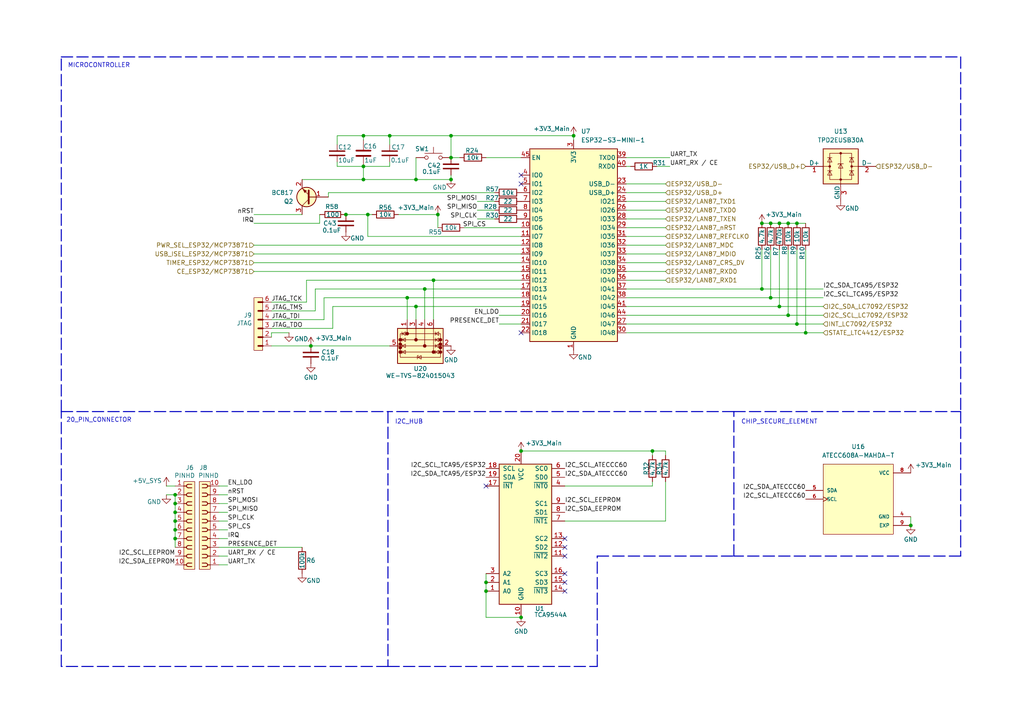
<source format=kicad_sch>
(kicad_sch (version 20250114) (generator "eeschema") (generator_version "9.0")
  (paper "A4")
  (lib_symbols
    (symbol "0_Smart_Switch:ATECC608A-MAHDA-T" (pin_names (offset 1.016))
      (property "Reference" "U" (at -10.16 10.922 0))
      (property "Value" "ATECC608A-MAHDA-T" (at -10.16 -12.7 0))
      (symbol "ATECC608A-MAHDA-T_0_0"
        (pin bidirectional line (at -15.24 2.54 0) (length 5.08) (name "SDA") (number "5"))
        (pin input clock (at -15.24 0 0) (length 5.08) (name "SCL") (number "6"))
        (pin power_in line (at 15.24 7.62 180) (length 5.08) (name "VCC") (number "8"))
        (pin power_in line (at 15.24 -5.08 180) (length 5.08) (name "GND") (number "4"))
        (pin power_in line (at 15.24 -7.62 180) (length 5.08) (name "EXP") (number "9"))
        (pin power_in line (at 15.24 -7.62 180) (length 5.08) (hide yes) (name "EXP") (number "9_1"))
        (pin power_in line (at 15.24 -7.62 180) (length 5.08) (hide yes) (name "EXP") (number "9_2"))
      )
    )
    (symbol "Device:C" (pin_numbers (hide yes)) (pin_names (offset 0.254))
      (property "Reference" "C" (at 0.635 2.54 0))
      (property "Value" "C" (at 0.635 -2.54 0))
      (symbol "C_1_1"
        (pin passive line (at 0 3.81 270) (length 2.794) (name "~") (number "1"))
        (pin passive line (at 0 -3.81 90) (length 2.794) (name "~") (number "2"))
      )
    )
    (symbol "Device:R" (pin_numbers (hide yes)) (pin_names (offset 0))
      (property "Reference" "R" (at 2.032 0 90))
      (property "Value" "R" (at 0 0 90))
      (symbol "R_1_1"
        (pin passive line (at 0 3.81 270) (length 1.27) (name "~") (number "1"))
        (pin passive line (at 0 -3.81 90) (length 1.27) (name "~") (number "2"))
      )
    )
    (symbol "Interface_Expansion:TCA9544A" (pin_names (offset 1.016))
      (property "Reference" "U" (at -5.08 20.32 0))
      (property "Value" "TCA9544A" (at 2.54 20.32 0))
      (symbol "TCA9544A_1_1"
        (pin bidirectional line (at -10.16 17.78 0) (length 3.81) (name "SCL") (number "18"))
        (pin bidirectional line (at -10.16 15.24 0) (length 3.81) (name "SDA") (number "19"))
        (pin open_collector line (at -10.16 12.7 0) (length 3.81) (name "~{INT}") (number "17"))
        (pin input line (at -10.16 -12.7 0) (length 3.81) (name "A2") (number "3"))
        (pin input line (at -10.16 -15.24 0) (length 3.81) (name "A1") (number "2"))
        (pin input line (at -10.16 -17.78 0) (length 3.81) (name "A0") (number "1"))
        (pin power_in line (at 0 22.86 270) (length 3.81) (name "VCC") (number "20"))
        (pin power_in line (at 0 -25.4 90) (length 3.81) (name "GND") (number "10"))
        (pin bidirectional line (at 12.7 17.78 180) (length 3.81) (name "SC0") (number "6"))
        (pin bidirectional line (at 12.7 15.24 180) (length 3.81) (name "SD0") (number "5"))
        (pin input line (at 12.7 12.7 180) (length 3.81) (name "~{INT0}") (number "4"))
        (pin bidirectional line (at 12.7 7.62 180) (length 3.81) (name "SC1") (number "9"))
        (pin bidirectional line (at 12.7 5.08 180) (length 3.81) (name "SD1") (number "8"))
        (pin input line (at 12.7 2.54 180) (length 3.81) (name "~{INT1}") (number "7"))
        (pin bidirectional line (at 12.7 -2.54 180) (length 3.81) (name "SC2") (number "13"))
        (pin bidirectional line (at 12.7 -5.08 180) (length 3.81) (name "SD2") (number "12"))
        (pin input line (at 12.7 -7.62 180) (length 3.81) (name "~{INT2}") (number "11"))
        (pin bidirectional line (at 12.7 -12.7 180) (length 3.81) (name "SC3") (number "16"))
        (pin bidirectional line (at 12.7 -15.24 180) (length 3.81) (name "SD3") (number "15"))
        (pin input line (at 12.7 -17.78 180) (length 3.81) (name "~{INT3}") (number "14"))
      )
    )
    (symbol "PCM_4ms_Power-symbol:GND" (power) (pin_names (offset 0))
      (property "Value" "GND" (at 0 -3.81 0))
      (symbol "GND_1_1"
        (pin power_in line (at 0 0 270) (length 0) (hide yes) (name "GND") (number "1"))
      )
    )
    (symbol "PCM_SL_Devices:Capacitor_NP"
      (property "Reference" "C" (at 0 6.35 0))
      (property "Value" "Capacitor_NP" (at 0 3.81 0))
      (symbol "Capacitor_NP_1_1"
        (pin passive line (at -2.54 0 0) (length 2) (name "~") (number "1"))
        (pin input line (at 2.54 0 180) (length 2) (name "~") (number "2"))
      )
    )
    (symbol "PCM_SL_Pin_Headers:PINHD_1x10_Female"
      (property "Reference" "J" (at 0 17.78 0))
      (property "Value" "PINHD_1x10_Female" (at 0 15.24 0))
      (symbol "PINHD_1x10_Female_1_1"
        (pin passive line (at -3.81 11.43 0) (length 2.54) (name "") (number "1"))
        (pin passive line (at -3.81 8.89 0) (length 2.54) (name "") (number "2"))
        (pin passive line (at -3.81 6.35 0) (length 2.54) (name "") (number "3"))
        (pin passive line (at -3.81 3.81 0) (length 2.54) (name "") (number "4"))
        (pin passive line (at -3.81 1.27 0) (length 2.54) (name "") (number "5"))
        (pin passive line (at -3.81 -1.27 0) (length 2.54) (name "") (number "6"))
        (pin passive line (at -3.81 -3.81 0) (length 2.54) (name "") (number "7"))
        (pin passive line (at -3.81 -6.35 0) (length 2.54) (name "") (number "8"))
        (pin passive line (at -3.81 -8.89 0) (length 2.54) (name "") (number "9"))
        (pin passive line (at -3.81 -11.43 0) (length 2.54) (name "") (number "10"))
      )
    )
    (symbol "PCM_SL_Pin_Headers:PINHD_1x6_Male"
      (property "Reference" "J" (at 0 11.43 0))
      (property "Value" "PINHD_1x6_Male" (at 0 8.89 0))
      (symbol "PINHD_1x6_Male_1_1"
        (pin passive line (at -3.81 6.35 0) (length 2.54) (name "") (number "1"))
        (pin passive line (at -3.81 3.81 0) (length 2.54) (name "") (number "2"))
        (pin passive line (at -3.81 1.27 0) (length 2.54) (name "") (number "3"))
        (pin passive line (at -3.81 -1.27 0) (length 2.54) (name "") (number "4"))
        (pin passive line (at -3.81 -3.81 0) (length 2.54) (name "") (number "5"))
        (pin passive line (at -3.81 -6.35 0) (length 2.54) (name "") (number "6"))
      )
    )
    (symbol "PCM_SL_Resistors:Resistor"
      (property "Reference" "R" (at 0 5.08 0))
      (property "Value" "Resistor" (at 0 2.54 0))
      (symbol "Resistor_1_1"
        (pin passive line (at -3.81 0 0) (length 1.5) (name "") (number "1"))
        (pin passive line (at 3.81 0 180) (length 1.5) (name "~") (number "2"))
      )
    )
    (symbol "PCM_Transistor_BJT_AKL:BC817" (pin_names (hide yes))
      (property "Reference" "Q" (at 5.08 1.27 0))
      (property "Value" "BC817" (at 5.08 -1.27 0))
      (symbol "BC817_1_1"
        (pin input line (at -5.08 0 0) (length 5.715) (name "B") (number "1"))
        (pin passive line (at 2.54 5.08 270) (length 2.54) (name "C") (number "3"))
        (pin passive line (at 2.54 -5.08 90) (length 2.54) (name "E") (number "2"))
      )
    )
    (symbol "Power_Protection:TPD2EUSB30A" (pin_names (offset 0))
      (property "Reference" "U" (at 0 6.35 0))
      (property "Value" "TPD2EUSB30A" (at 7.62 -7.62 0))
      (symbol "TPD2EUSB30A_1_1"
        (pin passive line (at -10.16 0 0) (length 5.08) (name "D+") (number "1"))
        (pin passive line (at 0 -10.16 90) (length 5.08) (name "GND") (number "3"))
        (pin passive line (at 10.16 0 180) (length 5.08) (name "D-") (number "2"))
      )
    )
    (symbol "Power_Protection:WE-TVS-824015043" (pin_names (hide yes))
      (property "Reference" "U" (at 0 12.7 0))
      (property "Value" "WE-TVS-824015043" (at 0 10.16 0))
      (symbol "WE-TVS-824015043_1_1"
        (pin passive line (at -7.62 2.54 0) (length 2.54) (name "I/O1") (number "1"))
        (pin passive line (at -7.62 0 0) (length 2.54) (name "I/O2") (number "3"))
        (pin passive line (at -7.62 -2.54 0) (length 2.54) (name "I/O3") (number "4"))
        (pin passive line (at -7.62 -5.08 0) (length 2.54) (name "I/O4") (number "6"))
        (pin passive line (at 0 7.62 270) (length 2.54) (name "VBUS") (number "5"))
        (pin passive line (at 0 -10.16 90) (length 2.54) (name "GND") (number "2"))
      )
    )
    (symbol "RF_Module:ESP32-S3-MINI-1"
      (property "Reference" "U" (at -11.43 29.21 0))
      (property "Value" "ESP32-S3-MINI-1" (at 12.7 29.21 0))
      (symbol "ESP32-S3-MINI-1_1_1"
        (pin input line (at -15.24 25.4 0) (length 2.54) (name "EN") (number "45"))
        (pin bidirectional line (at -15.24 20.32 0) (length 2.54) (name "IO0") (number "4"))
        (pin bidirectional line (at -15.24 17.78 0) (length 2.54) (name "IO1") (number "5"))
        (pin bidirectional line (at -15.24 15.24 0) (length 2.54) (name "IO2") (number "6"))
        (pin bidirectional line (at -15.24 12.7 0) (length 2.54) (name "IO3") (number "7"))
        (pin bidirectional line (at -15.24 10.16 0) (length 2.54) (name "IO4") (number "8"))
        (pin bidirectional line (at -15.24 7.62 0) (length 2.54) (name "IO5") (number "9"))
        (pin bidirectional line (at -15.24 5.08 0) (length 2.54) (name "IO6") (number "10"))
        (pin bidirectional line (at -15.24 2.54 0) (length 2.54) (name "IO7") (number "11"))
        (pin bidirectional line (at -15.24 0 0) (length 2.54) (name "IO8") (number "12"))
        (pin bidirectional line (at -15.24 -2.54 0) (length 2.54) (name "IO9") (number "13"))
        (pin bidirectional line (at -15.24 -5.08 0) (length 2.54) (name "IO10") (number "14"))
        (pin bidirectional line (at -15.24 -7.62 0) (length 2.54) (name "IO11") (number "15"))
        (pin bidirectional line (at -15.24 -10.16 0) (length 2.54) (name "IO12") (number "16"))
        (pin bidirectional line (at -15.24 -12.7 0) (length 2.54) (name "IO13") (number "17"))
        (pin bidirectional line (at -15.24 -15.24 0) (length 2.54) (name "IO14") (number "18"))
        (pin bidirectional line (at -15.24 -17.78 0) (length 2.54) (name "IO15") (number "19"))
        (pin bidirectional line (at -15.24 -20.32 0) (length 2.54) (name "IO16") (number "20"))
        (pin bidirectional line (at -15.24 -22.86 0) (length 2.54) (name "IO17") (number "21"))
        (pin bidirectional line (at -15.24 -25.4 0) (length 2.54) (name "IO18") (number "22"))
        (pin power_in line (at 0 30.48 270) (length 2.54) (name "3V3") (number "3"))
        (pin power_in line (at 0 -30.48 90) (length 2.54) (name "GND") (number "1"))
        (pin passive line (at 0 -30.48 90) (length 2.54) (hide yes) (name "GND") (number "2"))
        (pin passive line (at 0 -30.48 90) (length 2.54) (hide yes) (name "GND") (number "42"))
        (pin passive line (at 0 -30.48 90) (length 2.54) (hide yes) (name "GND") (number "43"))
        (pin passive line (at 0 -30.48 90) (length 2.54) (hide yes) (name "GND") (number "46"))
        (pin passive line (at 0 -30.48 90) (length 2.54) (hide yes) (name "GND") (number "47"))
        (pin passive line (at 0 -30.48 90) (length 2.54) (hide yes) (name "GND") (number "48"))
        (pin passive line (at 0 -30.48 90) (length 2.54) (hide yes) (name "GND") (number "49"))
        (pin passive line (at 0 -30.48 90) (length 2.54) (hide yes) (name "GND") (number "50"))
        (pin passive line (at 0 -30.48 90) (length 2.54) (hide yes) (name "GND") (number "51"))
        (pin passive line (at 0 -30.48 90) (length 2.54) (hide yes) (name "GND") (number "52"))
        (pin passive line (at 0 -30.48 90) (length 2.54) (hide yes) (name "GND") (number "53"))
        (pin passive line (at 0 -30.48 90) (length 2.54) (hide yes) (name "GND") (number "54"))
        (pin passive line (at 0 -30.48 90) (length 2.54) (hide yes) (name "GND") (number "55"))
        (pin passive line (at 0 -30.48 90) (length 2.54) (hide yes) (name "GND") (number "56"))
        (pin passive line (at 0 -30.48 90) (length 2.54) (hide yes) (name "GND") (number "57"))
        (pin passive line (at 0 -30.48 90) (length 2.54) (hide yes) (name "GND") (number "58"))
        (pin passive line (at 0 -30.48 90) (length 2.54) (hide yes) (name "GND") (number "59"))
        (pin passive line (at 0 -30.48 90) (length 2.54) (hide yes) (name "GND") (number "60"))
        (pin passive line (at 0 -30.48 90) (length 2.54) (hide yes) (name "GND") (number "61"))
        (pin passive line (at 0 -30.48 90) (length 2.54) (hide yes) (name "GND") (number "62"))
        (pin passive line (at 0 -30.48 90) (length 2.54) (hide yes) (name "GND") (number "63"))
        (pin passive line (at 0 -30.48 90) (length 2.54) (hide yes) (name "GND") (number "64"))
        (pin passive line (at 0 -30.48 90) (length 2.54) (hide yes) (name "GND") (number "65"))
        (pin bidirectional line (at 15.24 25.4 180) (length 2.54) (name "TXD0") (number "39"))
        (pin bidirectional line (at 15.24 22.86 180) (length 2.54) (name "RXD0") (number "40"))
        (pin bidirectional line (at 15.24 17.78 180) (length 2.54) (name "USB_D-") (number "23"))
        (pin bidirectional line (at 15.24 15.24 180) (length 2.54) (name "USB_D+") (number "24"))
        (pin bidirectional line (at 15.24 12.7 180) (length 2.54) (name "IO21") (number "25"))
        (pin bidirectional line (at 15.24 10.16 180) (length 2.54) (name "IO26") (number "26"))
        (pin bidirectional line (at 15.24 7.62 180) (length 2.54) (name "IO33") (number "28"))
        (pin bidirectional line (at 15.24 5.08 180) (length 2.54) (name "IO34") (number "29"))
        (pin bidirectional line (at 15.24 2.54 180) (length 2.54) (name "IO35") (number "31"))
        (pin bidirectional line (at 15.24 0 180) (length 2.54) (name "IO36") (number "32"))
        (pin bidirectional line (at 15.24 -2.54 180) (length 2.54) (name "IO37") (number "33"))
        (pin bidirectional line (at 15.24 -5.08 180) (length 2.54) (name "IO38") (number "34"))
        (pin bidirectional line (at 15.24 -7.62 180) (length 2.54) (name "IO39") (number "35"))
        (pin bidirectional line (at 15.24 -10.16 180) (length 2.54) (name "IO40") (number "36"))
        (pin bidirectional line (at 15.24 -12.7 180) (length 2.54) (name "IO41") (number "37"))
        (pin bidirectional line (at 15.24 -15.24 180) (length 2.54) (name "IO42") (number "38"))
        (pin bidirectional line (at 15.24 -17.78 180) (length 2.54) (name "IO45") (number "41"))
        (pin bidirectional line (at 15.24 -20.32 180) (length 2.54) (name "IO46") (number "44"))
        (pin bidirectional line (at 15.24 -22.86 180) (length 2.54) (name "IO47") (number "27"))
        (pin bidirectional line (at 15.24 -25.4 180) (length 2.54) (name "IO48") (number "30"))
      )
    )
    (symbol "Switch:SW_Push" (pin_numbers (hide yes)) (pin_names (offset 1.016) (hide yes))
      (property "Reference" "SW" (at 1.27 2.54 0))
      (property "Value" "SW_Push" (at 0 -1.524 0))
      (symbol "SW_Push_0_1"
        (pin passive line (at -5.08 0 0) (length 2.54) (name "1") (number "1"))
        (pin passive line (at 5.08 0 180) (length 2.54) (name "2") (number "2"))
      )
    )
    (symbol "power:+3V3" (power) (pin_numbers (hide yes)) (pin_names (offset 0) (hide yes))
      (property "Value" "+3V3" (at 0 3.556 0))
      (symbol "+3V3_1_1"
        (pin power_in line (at 0 0 90) (length 0) (name "~") (number "1"))
      )
    )
    (symbol "power:+5V" (power) (pin_numbers (hide yes)) (pin_names (offset 0) (hide yes))
      (property "Value" "+5V" (at 0 3.556 0))
      (symbol "+5V_1_1"
        (pin power_in line (at 0 0 90) (length 0) (name "~") (number "1"))
      )
    )
    (symbol "power:GND" (power) (pin_numbers (hide yes)) (pin_names (offset 0) (hide yes))
      (property "Value" "GND" (at 0 -3.81 0))
      (symbol "GND_1_1"
        (pin power_in line (at 0 0 270) (length 0) (name "~") (number "1"))
      )
    )
  )
  (text "MICROCONTROLLER" (at 28.702 19.05 0) (effects (font (size 1.27 1.27))))
  (text "CHIP_SECURE_ELEMENT" (at 226.06 122.428 0) (effects (font (size 1.27 1.27))))
  (text "20_PIN_CONNECTOR" (at 28.702 121.92 0) (effects (font (size 1.27 1.27))))
  (text "I2C_HUB" (at 118.618 122.428 0) (effects (font (size 1.27 1.27))))
  (junction (at 151.13 130.81))
  (junction (at 50.8 156.21))
  (junction (at 90.17 100.33))
  (junction (at 140.97 171.45))
  (junction (at 181.61 -8.89))
  (junction (at 176.53 -3.81))
  (junction (at 120.65 52.07))
  (junction (at 166.37 39.37))
  (junction (at 233.68 96.52))
  (junction (at 127 62.23))
  (junction (at 223.52 64.77))
  (junction (at 151.13 179.07))
  (junction (at 105.41 39.37))
  (junction (at 120.65 88.9))
  (junction (at 125.73 81.28))
  (junction (at 50.8 143.51))
  (junction (at 264.16 152.4))
  (junction (at 130.81 45.72))
  (junction (at 50.8 153.67))
  (junction (at 228.6 64.77))
  (junction (at 220.98 83.82))
  (junction (at 228.6 91.44))
  (junction (at 189.23 130.81))
  (junction (at 113.03 39.37))
  (junction (at 130.81 39.37))
  (junction (at 123.19 83.82))
  (junction (at 226.06 64.77))
  (junction (at 50.8 146.05))
  (junction (at 226.06 88.9))
  (junction (at 105.41 48.26))
  (junction (at 220.98 64.77))
  (junction (at 50.8 151.13))
  (junction (at 50.8 148.59))
  (junction (at 105.41 52.07))
  (junction (at 100.33 62.23))
  (junction (at 231.14 64.77))
  (junction (at 184.15 -11.43))
  (junction (at 118.11 86.36))
  (junction (at 231.14 93.98))
  (junction (at 106.68 62.23))
  (junction (at 223.52 86.36))
  (junction (at 179.07 -6.35))
  (junction (at 140.97 168.91))
  (junction (at 130.81 52.07))
  (no_connect (at 140.97 140.97))
  (no_connect (at 163.83 156.21))
  (no_connect (at 163.83 166.37))
  (no_connect (at 151.13 53.34))
  (no_connect (at 163.83 168.91))
  (no_connect (at 163.83 171.45))
  (no_connect (at 163.83 161.29))
  (no_connect (at 163.83 158.75))
  (no_connect (at 151.13 50.8))
  (no_connect (at 151.13 96.52))
  (wire (pts (xy 50.8 156.21) (xy 50.8 158.75)))
  (wire (pts (xy 73.66 73.66) (xy 151.13 73.66)))
  (wire (pts (xy 95.25 55.88) (xy 143.51 55.88)))
  (wire (pts (xy 238.76 83.82) (xy 220.98 83.82)))
  (wire (pts (xy 50.8 146.05) (xy 50.8 148.59)))
  (wire (pts (xy 193.04 66.04) (xy 181.61 66.04)))
  (wire (pts (xy 176.53 -3.81) (xy 240.03 -3.81)))
  (wire (pts (xy 238.76 93.98) (xy 231.14 93.98)))
  (polyline (pts (xy 112.522 193.294) (xy 173.228 193.294)) (stroke (width 0.3) (type dash)))
  (wire (pts (xy 189.23 130.81) (xy 189.23 132.08)))
  (wire (pts (xy 140.97 179.07) (xy 151.13 179.07)))
  (wire (pts (xy 92.71 64.77) (xy 92.71 62.23)))
  (polyline (pts (xy 212.852 119.38) (xy 278.638 119.38)) (stroke (width 0.3) (type dash)))
  (wire (pts (xy 91.44 83.82) (xy 123.19 83.82)))
  (wire (pts (xy 226.06 64.77) (xy 228.6 64.77)))
  (wire (pts (xy 97.79 39.37) (xy 105.41 39.37)))
  (wire (pts (xy 193.04 76.2) (xy 181.61 76.2)))
  (wire (pts (xy 184.15 -27.94) (xy 184.15 -11.43)))
  (wire (pts (xy 73.66 64.77) (xy 92.71 64.77)))
  (wire (pts (xy 118.11 86.36) (xy 118.11 92.71)))
  (wire (pts (xy 73.66 78.74) (xy 151.13 78.74)))
  (wire (pts (xy 115.57 62.23) (xy 127 62.23)))
  (polyline (pts (xy 112.522 193.294) (xy 17.78 193.294)) (stroke (width 0.3) (type dash)))
  (wire (pts (xy 166.37 39.37) (xy 166.37 40.64)))
  (wire (pts (xy 226.06 88.9) (xy 181.61 88.9)))
  (wire (pts (xy 78.74 87.63) (xy 88.9 87.63)))
  (polyline (pts (xy 17.78 16.51) (xy 278.638 16.51)) (stroke (width 0.3) (type dash)))
  (wire (pts (xy 228.6 -13.97) (xy 240.03 -13.97)))
  (wire (pts (xy 226.06 72.39) (xy 226.06 88.9)))
  (wire (pts (xy 48.26 140.97) (xy 50.8 140.97)))
  (wire (pts (xy 231.14 93.98) (xy 181.61 93.98)))
  (wire (pts (xy 193.04 60.96) (xy 181.61 60.96)))
  (wire (pts (xy 176.53 -27.94) (xy 176.53 -3.81)))
  (wire (pts (xy 50.8 143.51) (xy 50.8 146.05)))
  (wire (pts (xy 97.79 48.26) (xy 105.41 48.26)))
  (wire (pts (xy 193.04 53.34) (xy 181.61 53.34)))
  (wire (pts (xy 193.04 130.81) (xy 193.04 132.08)))
  (wire (pts (xy 66.04 161.29) (xy 63.5 161.29)))
  (wire (pts (xy 193.04 55.88) (xy 181.61 55.88)))
  (polyline (pts (xy 173.228 193.294) (xy 173.228 161.29)) (stroke (width 0.3) (type dash)))
  (wire (pts (xy 220.98 83.82) (xy 181.61 83.82)))
  (wire (pts (xy 220.98 72.39) (xy 220.98 83.82)))
  (wire (pts (xy 182.88 48.26) (xy 181.61 48.26)))
  (wire (pts (xy 118.11 86.36) (xy 151.13 86.36)))
  (wire (pts (xy 228.6 72.39) (xy 228.6 91.44)))
  (wire (pts (xy 163.83 140.97) (xy 189.23 140.97)))
  (wire (pts (xy 181.61 -27.94) (xy 181.61 -8.89)))
  (wire (pts (xy 228.6 91.44) (xy 181.61 91.44)))
  (wire (pts (xy 193.04 68.58) (xy 181.61 68.58)))
  (wire (pts (xy 90.17 100.33) (xy 78.74 100.33)))
  (wire (pts (xy 179.07 -6.35) (xy 240.03 -6.35)))
  (wire (pts (xy 105.41 39.37) (xy 113.03 39.37)))
  (wire (pts (xy 193.04 63.5) (xy 181.61 63.5)))
  (wire (pts (xy 184.15 -11.43) (xy 240.03 -11.43)))
  (wire (pts (xy 140.97 45.72) (xy 151.13 45.72)))
  (wire (pts (xy 228.6 64.77) (xy 231.14 64.77)))
  (wire (pts (xy 130.81 50.8) (xy 130.81 52.07)))
  (wire (pts (xy 233.68 72.39) (xy 233.68 96.52)))
  (wire (pts (xy 193.04 58.42) (xy 181.61 58.42)))
  (wire (pts (xy 105.41 48.26) (xy 113.03 48.26)))
  (wire (pts (xy 144.78 93.98) (xy 151.13 93.98)))
  (wire (pts (xy 134.62 66.04) (xy 151.13 66.04)))
  (wire (pts (xy 66.04 140.97) (xy 63.5 140.97)))
  (wire (pts (xy 231.14 72.39) (xy 231.14 93.98)))
  (wire (pts (xy 144.78 91.44) (xy 151.13 91.44)))
  (wire (pts (xy 93.98 92.71) (xy 93.98 86.36)))
  (wire (pts (xy 194.31 45.72) (xy 181.61 45.72)))
  (wire (pts (xy 113.03 39.37) (xy 130.81 39.37)))
  (polyline (pts (xy 212.852 119.38) (xy 112.522 119.38)) (stroke (width 0.3) (type dash)))
  (wire (pts (xy 193.04 71.12) (xy 181.61 71.12)))
  (wire (pts (xy 130.81 45.72) (xy 133.35 45.72)))
  (wire (pts (xy 120.65 52.07) (xy 130.81 52.07)))
  (wire (pts (xy 113.03 39.37) (xy 113.03 41.91)))
  (wire (pts (xy 120.65 88.9) (xy 120.65 92.71)))
  (wire (pts (xy 90.17 100.33) (xy 113.03 100.33)))
  (wire (pts (xy 96.52 95.25) (xy 96.52 88.9)))
  (polyline (pts (xy 173.228 161.29) (xy 213.106 161.29)) (stroke (width 0.3) (type dash)))
  (wire (pts (xy 223.52 64.77) (xy 226.06 64.77)))
  (wire (pts (xy 120.65 45.72) (xy 120.65 52.07)))
  (wire (pts (xy 83.82 96.52) (xy 78.74 96.52)))
  (wire (pts (xy 50.8 148.59) (xy 50.8 151.13)))
  (wire (pts (xy 193.04 151.13) (xy 163.83 151.13)))
  (wire (pts (xy 151.13 68.58) (xy 106.68 68.58)))
  (polyline (pts (xy 278.638 119.38) (xy 278.638 161.29)) (stroke (width 0.3) (type dash)))
  (polyline (pts (xy 212.852 161.29) (xy 212.852 119.38)) (stroke (width 0.3) (type dash)))
  (wire (pts (xy 78.74 95.25) (xy 96.52 95.25)))
  (wire (pts (xy 87.63 52.07) (xy 105.41 52.07)))
  (wire (pts (xy 189.23 140.97) (xy 189.23 139.7)))
  (wire (pts (xy 48.26 143.51) (xy 50.8 143.51)))
  (wire (pts (xy 189.23 130.81) (xy 193.04 130.81)))
  (polyline (pts (xy 17.78 193.294) (xy 17.78 119.38)) (stroke (width 0.3) (type dash)))
  (wire (pts (xy 107.95 62.23) (xy 106.68 62.23)))
  (wire (pts (xy 66.04 146.05) (xy 63.5 146.05)))
  (wire (pts (xy 106.68 62.23) (xy 100.33 62.23)))
  (wire (pts (xy 97.79 39.37) (xy 97.79 41.91)))
  (wire (pts (xy 193.04 73.66) (xy 181.61 73.66)))
  (wire (pts (xy 193.04 139.7) (xy 193.04 151.13)))
  (polyline (pts (xy 112.522 119.38) (xy 112.522 193.294)) (stroke (width 0.3) (type dash)))
  (wire (pts (xy 63.5 158.75) (xy 87.63 158.75)))
  (polyline (pts (xy 17.78 119.38) (xy 112.522 119.38)) (stroke (width 0.3) (type dash)))
  (wire (pts (xy 130.81 39.37) (xy 166.37 39.37)))
  (wire (pts (xy 162.56 -6.35) (xy 179.07 -6.35)))
  (wire (pts (xy 78.74 90.17) (xy 91.44 90.17)))
  (wire (pts (xy 66.04 156.21) (xy 63.5 156.21)))
  (wire (pts (xy 78.74 92.71) (xy 93.98 92.71)))
  (wire (pts (xy 125.73 81.28) (xy 151.13 81.28)))
  (wire (pts (xy 105.41 39.37) (xy 105.41 40.64)))
  (wire (pts (xy 96.52 88.9) (xy 120.65 88.9)))
  (wire (pts (xy 181.61 -8.89) (xy 240.03 -8.89)))
  (wire (pts (xy 87.63 62.23) (xy 73.66 62.23)))
  (wire (pts (xy 151.13 130.81) (xy 189.23 130.81)))
  (wire (pts (xy 88.9 87.63) (xy 88.9 81.28)))
  (wire (pts (xy 238.76 91.44) (xy 228.6 91.44)))
  (wire (pts (xy 162.56 -3.81) (xy 176.53 -3.81)))
  (wire (pts (xy 127 62.23) (xy 127 66.04)))
  (wire (pts (xy 140.97 171.45) (xy 140.97 179.07)))
  (wire (pts (xy 50.8 153.67) (xy 50.8 156.21)))
  (wire (pts (xy 66.04 163.83) (xy 63.5 163.83)))
  (wire (pts (xy 238.76 88.9) (xy 226.06 88.9)))
  (wire (pts (xy 120.65 88.9) (xy 151.13 88.9)))
  (wire (pts (xy 138.43 63.5) (xy 143.51 63.5)))
  (wire (pts (xy 220.98 64.77) (xy 223.52 64.77)))
  (wire (pts (xy 97.79 46.99) (xy 97.79 48.26)))
  (wire (pts (xy 95.25 55.88) (xy 95.25 57.15)))
  (wire (pts (xy 105.41 52.07) (xy 120.65 52.07)))
  (wire (pts (xy 193.04 81.28) (xy 181.61 81.28)))
  (wire (pts (xy 223.52 86.36) (xy 181.61 86.36)))
  (wire (pts (xy 179.07 -27.94) (xy 179.07 -6.35)))
  (polyline (pts (xy 17.78 119.38) (xy 17.78 16.51)) (stroke (width 0.3) (type dash)))
  (wire (pts (xy 66.04 153.67) (xy 63.5 153.67)))
  (wire (pts (xy 125.73 81.28) (xy 125.73 92.71)))
  (wire (pts (xy 66.04 143.51) (xy 63.5 143.51)))
  (wire (pts (xy 66.04 151.13) (xy 63.5 151.13)))
  (wire (pts (xy 66.04 148.59) (xy 63.5 148.59)))
  (wire (pts (xy 91.44 90.17) (xy 91.44 83.82)))
  (wire (pts (xy 162.56 -8.89) (xy 181.61 -8.89)))
  (wire (pts (xy 73.66 71.12) (xy 151.13 71.12)))
  (wire (pts (xy 264.16 149.86) (xy 264.16 152.4)))
  (wire (pts (xy 223.52 72.39) (xy 223.52 86.36)))
  (wire (pts (xy 123.19 83.82) (xy 123.19 92.71)))
  (wire (pts (xy 93.98 86.36) (xy 118.11 86.36)))
  (wire (pts (xy 113.03 46.99) (xy 113.03 48.26)))
  (wire (pts (xy 123.19 83.82) (xy 151.13 83.82)))
  (wire (pts (xy 106.68 68.58) (xy 106.68 62.23)))
  (wire (pts (xy 78.74 96.52) (xy 78.74 97.79)))
  (polyline (pts (xy 278.638 161.29) (xy 212.852 161.29)) (stroke (width 0.3) (type dash)))
  (wire (pts (xy 233.68 96.52) (xy 238.76 96.52)))
  (wire (pts (xy 140.97 168.91) (xy 140.97 171.45)))
  (wire (pts (xy 138.43 58.42) (xy 143.51 58.42)))
  (wire (pts (xy 138.43 60.96) (xy 143.51 60.96)))
  (wire (pts (xy 73.66 76.2) (xy 151.13 76.2)))
  (wire (pts (xy 130.81 39.37) (xy 130.81 45.72)))
  (wire (pts (xy 194.31 48.26) (xy 190.5 48.26)))
  (wire (pts (xy 223.52 86.36) (xy 238.76 86.36)))
  (polyline (pts (xy 278.638 16.51) (xy 278.638 119.38)) (stroke (width 0.3) (type dash)))
  (wire (pts (xy 193.04 78.74) (xy 181.61 78.74)))
  (wire (pts (xy 140.97 166.37) (xy 140.97 168.91)))
  (wire (pts (xy 162.56 -11.43) (xy 184.15 -11.43)))
  (wire (pts (xy 181.61 96.52) (xy 233.68 96.52)))
  (wire (pts (xy 228.6 -16.51) (xy 240.03 -16.51)))
  (wire (pts (xy 105.41 48.26) (xy 105.41 52.07)))
  (wire (pts (xy 231.14 64.77) (xy 233.68 64.77)))
  (wire (pts (xy 50.8 151.13) (xy 50.8 153.67)))
  (wire (pts (xy 88.9 81.28) (xy 125.73 81.28)))
  (label "SPI_CLK" (at 138.43 63.5 180))
  (label "I2C_SDA_ATECCC60" (at 163.83 138.43 0))
  (label "SPI_CS" (at 140.97 66.04 180))
  (label "I2C_SCL_TCA95{slash}ESP32" (at 140.97 135.89 180))
  (label "PRESENCE_DET" (at 66.04 158.75 0))
  (label "I2C_SDA_EEPROM" (at 163.83 148.59 0))
  (label "I2C_SCL_ATECCC60" (at 233.68 144.78 180))
  (label "UART_TX" (at 194.31 45.72 0))
  (label "nRST" (at 66.04 143.51 0))
  (label "I2C_SCL_TCA95{slash}ESP32" (at 238.76 86.36 0))
  (label "I2C_SDA_ATECCC60" (at 233.68 142.24 180))
  (label "I2C_SDA_TCA95{slash}ESP32" (at 238.76 83.82 0))
  (label "I2C_SDA_TCA95{slash}ESP32" (at 140.97 138.43 180))
  (label "nRST" (at 73.66 62.23 180))
  (label "SPI_MOSI" (at 138.43 58.42 180))
  (label "IRQ" (at 66.04 156.21 0))
  (label "I2C_SCL_EEPROM" (at 50.8 161.29 180))
  (label "UART_RX {slash} CE" (at 66.04 161.29 0))
  (label "EN_LDO" (at 144.78 91.44 180))
  (label "JTAG_TDI" (at 78.74 92.71 0))
  (label "UART_TX" (at 66.04 163.83 0))
  (label "EN_LDO" (at 66.04 140.97 0))
  (label "JTAG_TDO" (at 78.74 95.25 0))
  (label "I2C_SCL_ATECCC60" (at 163.83 135.89 0))
  (label "I2C_SCL_EEPROM" (at 163.83 146.05 0))
  (label "SPI_MISO" (at 66.04 148.59 0))
  (label "I2C_SDA_EEPROM" (at 50.8 163.83 180))
  (label "JTAG_TCK" (at 78.74 87.63 0))
  (label "UART_RX {slash} CE" (at 194.31 48.26 0))
  (label "SPI_CS" (at 66.04 153.67 0))
  (label "JTAG_TMS" (at 78.74 90.17 0))
  (label "SPI_CLK" (at 66.04 151.13 0))
  (label "SPI_MOSI" (at 66.04 146.05 0))
  (label "PRESENCE_DET" (at 144.78 93.98 180))
  (label "IRQ" (at 73.66 64.77 180))
  (label "SPI_MISO" (at 138.43 60.96 180))
  (hierarchical_label "USB_ISEL_ESP32{slash}MCP73871" (shape input) (at 73.66 73.66 180))
  (hierarchical_label "ESP32{slash}LAN87_nRST" (shape input) (at 193.04 66.04 0))
  (hierarchical_label "STATE_LTC4412{slash}ESP32" (shape input) (at 238.76 96.52 0))
  (hierarchical_label "ESP32{slash}LAN87_RXD1" (shape input) (at 193.04 81.28 0))
  (hierarchical_label "I2C_SCL_LC7092{slash}ESP32" (shape input) (at 238.76 91.44 0))
  (hierarchical_label "ESP32{slash}USB_D+" (shape input) (at 233.68 48.26 180))
  (hierarchical_label "PWR_SEL_ESP32{slash}MCP73871" (shape input) (at 73.66 71.12 180))
  (hierarchical_label "ESP32{slash}LAN87_CRS_DV" (shape input) (at 193.04 76.2 0))
  (hierarchical_label "ESP32{slash}LAN87_MDC" (shape input) (at 193.04 71.12 0))
  (hierarchical_label "ESP32{slash}LAN87_TXD0" (shape input) (at 193.04 60.96 0))
  (hierarchical_label "ESP32{slash}LAN87_REFCLKO" (shape input) (at 193.04 68.58 0))
  (hierarchical_label "ESP32{slash}USB_D-" (shape input) (at 193.04 53.34 0))
  (hierarchical_label "I2C_SDA_LC7092{slash}ESP32" (shape input) (at 238.76 88.9 0))
  (hierarchical_label "TIMER_ESP32{slash}MCP73871" (shape input) (at 73.66 76.2 180))
  (hierarchical_label "ESP32{slash}LAN87_RXD0" (shape input) (at 193.04 78.74 0))
  (hierarchical_label "CE_ESP32{slash}MCP73871" (shape input) (at 73.66 78.74 180))
  (hierarchical_label "INT_LC7092{slash}ESP32" (shape input) (at 238.76 93.98 0))
  (hierarchical_label "ESP32{slash}LAN87_MDIO" (shape input) (at 193.04 73.66 0))
  (hierarchical_label "ESP32{slash}LAN87_TXD1" (shape input) (at 193.04 58.42 0))
  (hierarchical_label "ESP32{slash}USB_D+" (shape input) (at 193.04 55.88 0))
  (hierarchical_label "ESP32{slash}LAN87_TXEN" (shape input) (at 193.04 63.5 0))
  (hierarchical_label "ESP32{slash}USB_D-" (shape input) (at 254 48.26 0))
  (symbol (lib_id "Device:R") (at 147.32 63.5 270) (unit 1)
    (property "Reference" "R30" (at 142.748 62.484 90))
    (property "Value" "22" (at 147.32 63.5 90))
    (property "Footprint" "Resistor_SMD:R_0402_1005Metric" (effects (hide yes)))
    (property "Description" "22Ω 62.5mW 50V ±100ppm/℃ Thick Film Resistor ±1% 0402 Chip Resistor - Surface Mount RoHS" (effects (hide yes)))
    (property "Package" "0402" (effects (hide yes)))
    (property "MPN" "FRC0402F22R0TS" (effects (hide yes)))
    (property "LCSC PN" "C2929994" (effects (hide yes)))
  )
  (symbol (lib_id "power:GND") (at 130.81 100.33 0) (unit 1)
    (property "Reference" "#PWR0101" (effects (hide yes)))
    (property "Value" "GND" (at 130.81 104.394 0))
    (property "Description" "Power symbol creates a global label with name \"GND\" , ground" (effects (hide yes)))
  )
  (symbol (lib_id "PCM_4ms_Power-symbol:GND") (at 130.81 52.07 0) (unit 1)
    (property "Reference" "#PWR048" (effects (hide yes)))
    (property "Value" "GND" (at 127.508 54.356 0))
  )
  (symbol (lib_id "Device:R") (at 111.76 62.23 90) (unit 1)
    (property "Reference" "R56" (at 111.76 60.198 90))
    (property "Value" "10k" (at 111.76 62.23 90))
    (property "Footprint" "Resistor_SMD:R_0603_1608Metric" (effects (hide yes)))
    (property "Description" "10kΩ 100mW 75V ±100ppm/℃ Thick Film Resistor ±1% 0603 Chip Resistor - Surface Mount RoHS" (effects (hide yes)))
    (property "Package" "0603" (effects (hide yes)))
    (property "MPN" "FRC0603F1002TS" (effects (hide yes)))
    (property "LCSC PN" "C2906982" (effects (hide yes)))
  )
  (symbol (lib_id "Power_Protection:TPD2EUSB30A") (at 243.84 48.26 0) (unit 1)
    (property "Reference" "U13" (at 243.84 38.1 0))
    (property "Value" "TPD2EUSB30A" (at 243.84 40.64 0))
    (property "Footprint" "Package_TO_SOT_SMD:Texas_DRT-3" (effects (hide yes)))
    (property "Datasheet" "http://www.ti.com/lit/ds/symlink/tpd2eusb30a.pdf" (effects (hide yes)))
    (property "Description" "5A@8/20us 45W@8/20us 8V 4.5V Unidirectional 3.6V SOT(9x3) TVS Diodes RoHS" (effects (hide yes)))
    (property "MANUFACTURER" "Texas Instruments" (effects (hide yes)))
    (property "MPN" "TPD2EUSB30ADRTR" (effects (hide yes)))
    (property "LCSC PN" "C94934" (effects (hide yes)))
    (property "Package" "SOT(9x3)" (effects (hide yes)))
  )
  (symbol (lib_id "power:GND") (at 151.13 179.07 0) (unit 1)
    (property "Reference" "#PWR050" (effects (hide yes)))
    (property "Value" "GND" (at 151.13 183.134 0))
    (property "Description" "Power symbol creates a global label with name \"GND\" , ground" (effects (hide yes)))
  )
  (symbol (lib_id "power:+5V") (at 48.26 140.97 0) (unit 1)
    (property "Reference" "#PWR023" (effects (hide yes)))
    (property "Value" "+5V_SYS" (at 42.672 139.446 0))
    (property "Description" "Power symbol creates a global label with name \"+5V\"" (effects (hide yes)))
  )
  (symbol (lib_id "PCM_4ms_Power-symbol:GND") (at 48.26 143.51 0) (unit 1)
    (property "Reference" "#PWR026" (effects (hide yes)))
    (property "Value" "GND" (at 44.704 145.542 0))
  )
  (symbol (lib_id "PCM_4ms_Power-symbol:GND") (at 243.84 58.42 0) (unit 1)
    (property "Reference" "#PWR080" (effects (hide yes)))
    (property "Value" "GND" (at 247.142 60.452 0))
  )
  (symbol (lib_id "Device:R") (at 226.06 68.58 0) (unit 1)
    (property "Reference" "R7" (at 225.044 72.898 90))
    (property "Value" "470k" (at 226.06 68.58 90))
    (property "Footprint" "Resistor_SMD:R_0603_1608Metric" (effects (hide yes)))
    (property "Description" "125mW 470kΩ 150V ±100ppm/℃ Thick Film Resistor ±5% 0805 Chip Resistor - Surface Mount RoHS" (effects (hide yes)))
    (property "Package" "0805" (effects (hide yes)))
    (property "MPN" "FRC0805J474TS" (effects (hide yes)))
    (property "LCSC PN" "C2930293" (effects (hide yes)))
  )
  (symbol (lib_id "power:GND") (at 264.16 152.4 0) (unit 1)
    (property "Reference" "#PWR083" (effects (hide yes)))
    (property "Value" "GND" (at 264.16 156.464 0))
    (property "Description" "Power symbol creates a global label with name \"GND\" , ground" (effects (hide yes)))
  )
  (symbol (lib_id "PCM_SL_Pin_Headers:PINHD_1x6_Male") (at 74.93 93.98 180) (unit 1)
    (property "Reference" "J9" (at 71.882 91.44 0))
    (property "Value" "JTAG" (at 70.866 93.726 0))
    (property "Footprint" "Connector_PinHeader_1.00mm:PinHeader_1x06_P1.00mm_Vertical" (effects (hide yes)))
    (property "Description" "Pin Header male with pin space 2.54mm. Pin Count -6" (effects (hide yes)))
    (property "MPN" "HX PH254-01-06-Z-L11.5" (effects (hide yes)))
    (property "LCSC PN" "C52016393" (effects (hide yes)))
    (property "Package" "Through Hole,P=2.54mm" (effects (hide yes)))
  )
  (symbol (lib_id "power:GND") (at 90.17 105.41 0) (unit 1)
    (property "Reference" "#PWR047" (effects (hide yes)))
    (property "Value" "GND" (at 90.17 109.474 0))
    (property "Description" "Power symbol creates a global label with name \"GND\" , ground" (effects (hide yes)))
  )
  (symbol (lib_id "Device:R") (at 87.63 162.56 180) (unit 1)
    (property "Reference" "R6" (at 90.17 162.56 0))
    (property "Value" "100k" (at 87.63 162.56 90))
    (property "Footprint" "Resistor_SMD:R_0603_1608Metric" (effects (hide yes)))
    (property "Description" "Resistor" (effects (hide yes)))
    (property "MPN" "FRC0603F1003TS" (effects (hide yes)))
    (property "Package" "0603" (effects (hide yes)))
    (property "LCSC PN" "C2906980" (effects (hide yes)))
  )
  (symbol (lib_id "Device:R") (at 228.6 68.58 0) (unit 1)
    (property "Reference" "R8" (at 227.584 72.644 90))
    (property "Value" "10k" (at 228.6 68.58 90))
    (property "Footprint" "Resistor_SMD:R_0603_1608Metric" (effects (hide yes)))
    (property "Description" "10kΩ 100mW 75V ±100ppm/℃ Thick Film Resistor ±1% 0603 Chip Resistor - Surface Mount RoHS" (effects (hide yes)))
    (property "Package" "0603" (effects (hide yes)))
    (property "MPN" "FRC0603F1002TS" (effects (hide yes)))
    (property "LCSC PN" "C2906982" (effects (hide yes)))
  )
  (symbol (lib_id "PCM_SL_Devices:Capacitor_NP") (at 113.03 44.45 90) (unit 1)
    (property "Reference" "C17" (at 113.538 42.672 90) (effects (justify right)))
    (property "Value" "0.1uF" (at 113.284 46.482 90) (effects (justify right)))
    (property "Footprint" "Capacitor_SMD:C_0402_1005Metric" (effects (hide yes)))
    (property "Description" "Unpolarized Capacitor" (effects (hide yes)))
    (property "MPN" "0402X7R104K500NT" (effects (hide yes)))
    (property "LCSC PN" "C48579249" (effects (hide yes)))
    (property "Package" "0402" (effects (hide yes)))
  )
  (symbol (lib_id "power:+3V3") (at 127 62.23 0) (unit 1)
    (property "Reference" "#PWR081" (effects (hide yes)))
    (property "Value" "+3V3_Main" (at 115.316 60.198 0) (effects (justify left)))
    (property "Description" "Power symbol creates a global label with name \"+3V3\"" (effects (hide yes)))
  )
  (symbol (lib_id "Device:R") (at 137.16 45.72 270) (unit 1)
    (property "Reference" "R24" (at 136.906 43.688 90))
    (property "Value" "10k" (at 137.16 45.72 90))
    (property "Footprint" "Resistor_SMD:R_0603_1608Metric" (effects (hide yes)))
    (property "Description" "10kΩ 100mW 75V ±100ppm/℃ Thick Film Resistor ±1% 0603 Chip Resistor - Surface Mount RoHS" (effects (hide yes)))
    (property "Package" "0603" (effects (hide yes)))
    (property "MPN" "FRC0603F1002TS" (effects (hide yes)))
    (property "LCSC PN" "C2906982" (effects (hide yes)))
  )
  (symbol (lib_id "PCM_Transistor_BJT_AKL:BC817") (at 90.17 57.15 180) (unit 1)
    (property "Reference" "Q2" (at 85.09 58.4201 0) (effects (justify left)))
    (property "Value" "BC817" (at 85.09 55.8801 0) (effects (justify left)))
    (property "Footprint" "PCM_Package_TO_SOT_SMD_AKL:SOT-23" (effects (hide yes)))
    (property "Datasheet" "https://www.tme.eu/Document/7b5ea7386544f524d0315334956093bb/BC817-16.215.pdf" (effects (hide yes)))
    (property "Description" "NPN SOT-23 transistor, 45V, 500mA, 250mW, Complementary to BC807, Alternate KiCAD Library" (effects (hide yes)))
    (property "Package" "SOT-23" (effects (hide yes)))
    (property "MPN" "BC817-40" (effects (hide yes)))
    (property "LCSC PN" "C609806" (effects (hide yes)))
  )
  (symbol (lib_id "Device:R") (at 220.98 68.58 0) (unit 1)
    (property "Reference" "R25" (at 219.964 73.406 90))
    (property "Value" "4.7k" (at 220.98 68.58 90))
    (property "Footprint" "Resistor_SMD:R_0603_1608Metric" (effects (hide yes)))
    (property "Description" "4.7kΩ 100mW 75V ±100ppm/℃ Thick Film Resistor ±1% 0603 Chip Resistor - Surface Mount RoHS" (effects (hide yes)))
    (property "Package" "0603" (effects (hide yes)))
    (property "MPN" "FRC0603F4701TS" (effects (hide yes)))
    (property "LCSC PN" "C2907034" (effects (hide yes)))
  )
  (symbol (lib_id "Device:R") (at 147.32 58.42 90) (unit 1)
    (property "Reference" "R27" (at 142.748 57.404 90))
    (property "Value" "22" (at 147.32 58.42 90))
    (property "Footprint" "Resistor_SMD:R_0402_1005Metric" (effects (hide yes)))
    (property "Description" "22Ω 62.5mW 50V ±100ppm/℃ Thick Film Resistor ±1% 0402 Chip Resistor - Surface Mount RoHS" (effects (hide yes)))
    (property "Package" "0402" (effects (hide yes)))
    (property "MPN" "FRC0402F22R0TS" (effects (hide yes)))
    (property "LCSC PN" "C2929994" (effects (hide yes)))
  )
  (symbol (lib_id "PCM_SL_Devices:Capacitor_NP") (at 100.33 64.77 90) (unit 1)
    (property "Reference" "C43" (at 93.726 64.77 90) (effects (justify right)))
    (property "Value" "0.1uF" (at 93.472 66.802 90) (effects (justify right)))
    (property "Footprint" "Capacitor_SMD:C_0402_1005Metric" (effects (hide yes)))
    (property "Description" "Unpolarized Capacitor" (effects (hide yes)))
    (property "MPN" "0402X7R104K500NT" (effects (hide yes)))
    (property "LCSC PN" "C48579249" (effects (hide yes)))
    (property "Package" "0402" (effects (hide yes)))
  )
  (symbol (lib_id "RF_Module:ESP32-S3-MINI-1") (at 166.37 71.12 0) (unit 1)
    (property "Reference" "U7" (at 168.5133 38.1 0) (effects (justify left)))
    (property "Value" "ESP32-S3-MINI-1" (at 168.5133 40.64 0) (effects (justify left)))
    (property "Footprint" "PCM_SparkFun-RF:ESP32-MINI" (effects (hide yes)))
    (property "Datasheet" "https://www.espressif.com/sites/default/files/documentation/esp32-s3-mini-1_mini-1u_datasheet_en.pdf" (effects (hide yes)))
    (property "Description" "RF Module, ESP32-S3 SoC, Wi-Fi 802.11b/g/n, Bluetooth, BLE, 32-bit, 3.3V, SMD, onboard antenna" (effects (hide yes)))
    (property "MPN" "ESP32-S3-MINI-1-N8" (effects (hide yes)))
    (property "Package" "SMD" (effects (hide yes)))
    (property "LCSC PN" "C2913206" (effects (hide yes)))
  )
  (symbol (lib_id "power:+3V3") (at 151.13 130.81 0) (unit 1)
    (property "Reference" "#PWR049" (effects (hide yes)))
    (property "Value" "+3V3_Main" (at 152.4 128.524 0) (effects (justify left)))
    (property "Description" "Power symbol creates a global label with name \"+3V3\"" (effects (hide yes)))
  )
  (symbol (lib_id "Device:R") (at 193.04 135.89 0) (unit 1)
    (property "Reference" "R34" (at 191.262 135.89 90))
    (property "Value" "4.7k" (at 193.04 135.89 90))
    (property "Footprint" "Resistor_SMD:R_0603_1608Metric" (effects (hide yes)))
    (property "Description" "4.7kΩ 100mW 75V ±100ppm/℃ Thick Film Resistor ±1% 0603 Chip Resistor - Surface Mount RoHS" (effects (hide yes)))
    (property "Package" "0603" (effects (hide yes)))
    (property "MPN" "FRC0603F4701TS" (effects (hide yes)))
    (property "LCSC PN" "C2907034" (effects (hide yes)))
  )
  (symbol (lib_id "PCM_SL_Devices:Capacitor_NP") (at 90.17 102.87 90) (unit 1)
    (property "Reference" "C18" (at 93.218 102.108 90) (effects (justify right)))
    (property "Value" "0.1uF" (at 92.964 103.886 90) (effects (justify right)))
    (property "Footprint" "Capacitor_SMD:C_0402_1005Metric" (effects (hide yes)))
    (property "Description" "Unpolarized Capacitor" (effects (hide yes)))
    (property "MPN" "0402X7R104K500NT" (effects (hide yes)))
    (property "LCSC PN" "C48579249" (effects (hide yes)))
    (property "Package" "0402" (effects (hide yes)))
  )
  (symbol (lib_id "PCM_SL_Resistors:Resistor") (at 96.52 62.23 0) (unit 1)
    (property "Reference" "R58" (at 96.266 59.944 0))
    (property "Value" "100" (at 96.52 62.23 0))
    (property "Footprint" "Resistor_SMD:R_0402_1005Metric" (effects (hide yes)))
    (property "Description" "62.5mW 100Ω 50V ±100ppm/℃ Thick Film Resistor ±1% 0402 Chip Resistor - Surface Mount RoHS" (effects (hide yes)))
    (property "MPN" "FRC0402F1000TS" (effects (hide yes)))
    (property "LCSC PN" "C2906860" (effects (hide yes)))
    (property "Package" "0402" (effects (hide yes)))
  )
  (symbol (lib_id "PCM_SL_Devices:Capacitor_NP") (at 97.79 44.45 90) (unit 1)
    (property "Reference" "C12" (at 98.044 42.672 90) (effects (justify right)))
    (property "Value" "10uF" (at 98.044 46.482 90) (effects (justify right)))
    (property "Footprint" "Capacitor_SMD:C_0603_1608Metric" (effects (hide yes)))
    (property "Description" "Unpolarized Capacitor" (effects (hide yes)))
    (property "MPN" "0603X5R106M250NT" (effects (hide yes)))
    (property "LCSC PN" "C48579265" (effects (hide yes)))
    (property "Package" "0603" (effects (hide yes)))
  )
  (symbol (lib_id "Device:R") (at 147.32 60.96 270) (unit 1)
    (property "Reference" "R28" (at 142.24 59.944 90))
    (property "Value" "22" (at 147.32 60.96 90))
    (property "Footprint" "Resistor_SMD:R_0402_1005Metric" (effects (hide yes)))
    (property "Description" "22Ω 62.5mW 50V ±100ppm/℃ Thick Film Resistor ±1% 0402 Chip Resistor - Surface Mount RoHS" (effects (hide yes)))
    (property "Package" "0402" (effects (hide yes)))
    (property "MPN" "FRC0402F22R0TS" (effects (hide yes)))
    (property "LCSC PN" "C2929994" (effects (hide yes)))
  )
  (symbol (lib_id "Device:R") (at 223.52 68.58 0) (unit 1)
    (property "Reference" "R26" (at 222.504 73.406 90))
    (property "Value" "4.7k" (at 223.52 68.58 90))
    (property "Footprint" "Resistor_SMD:R_0603_1608Metric" (effects (hide yes)))
    (property "Description" "4.7kΩ 100mW 75V ±100ppm/℃ Thick Film Resistor ±1% 0603 Chip Resistor - Surface Mount RoHS" (effects (hide yes)))
    (property "Package" "0603" (effects (hide yes)))
    (property "MPN" "FRC0603F4701TS" (effects (hide yes)))
    (property "LCSC PN" "C2907034" (effects (hide yes)))
  )
  (symbol (lib_id "Interface_Expansion:TCA9544A") (at 151.13 153.67 0) (unit 1)
    (property "Reference" "U1" (at 155.194 176.53 0) (effects (justify left)))
    (property "Value" "TCA9544A" (at 154.94 178.308 0) (effects (justify left)))
    (property "Footprint" "Package_SO:TSSOP-20_4.4x6.5mm_P0.65mm" (effects (hide yes)))
    (property "Datasheet" "http://www.ti.com/lit/ds/symlink/tca9544a.pdf" (effects (hide yes)))
    (property "Description" "I2C Hub, 4 Channels, Interrupts, TSSOP-20" (effects (hide yes)))
    (property "Package" "TSSOP-20" (effects (hide yes)))
    (property "MPN" "TCA9544APWR" (effects (hide yes)))
    (property "LCSC PN" "C2674619" (effects (hide yes)))
  )
  (symbol (lib_id "Device:R") (at 130.81 66.04 270) (unit 1)
    (property "Reference" "R55" (at 126.238 67.31 90))
    (property "Value" "10k" (at 130.81 66.04 90))
    (property "Footprint" "Resistor_SMD:R_0603_1608Metric" (effects (hide yes)))
    (property "Description" "10kΩ 100mW 75V ±100ppm/℃ Thick Film Resistor ±1% 0603 Chip Resistor - Surface Mount RoHS" (effects (hide yes)))
    (property "Package" "0603" (effects (hide yes)))
    (property "MPN" "FRC0603F1002TS" (effects (hide yes)))
    (property "LCSC PN" "C2906982" (effects (hide yes)))
  )
  (symbol (lib_id "Switch:SW_Push") (at 125.73 45.72 0) (unit 1)
    (property "Reference" "SW1" (at 122.428 43.18 0))
    (property "Value" "uC_Reset" (effects (hide yes)))
    (property "Footprint" "Button_Switch_SMD:SW_Push_SPST_NO_Alps_SKRK" (effects (hide yes)))
    (property "Description" "12V 2.9mm Round Button 3.9mm SPST 50mA SMD,3.9x2.9mm Tactile Switches RoHS" (effects (hide yes)))
    (property "Package" "SMD,3.9x2.9mm" (effects (hide yes)))
    (property "MPN" "SKRKAEE020" (effects (hide yes)))
    (property "LCSC PN" "C115357" (effects (hide yes)))
  )
  (symbol (lib_id "power:GND") (at 83.82 96.52 0) (unit 1)
    (property "Reference" "#PWR045" (effects (hide yes)))
    (property "Value" "GND" (at 87.376 98.298 0))
    (property "Description" "Power symbol creates a global label with name \"GND\" , ground" (effects (hide yes)))
  )
  (symbol (lib_id "PCM_4ms_Power-symbol:GND") (at 87.63 166.37 0) (unit 1)
    (property "Reference" "#PWR028" (effects (hide yes)))
    (property "Value" "GND" (at 90.932 168.402 0))
  )
  (symbol (lib_id "power:+3V3") (at 90.17 100.33 0) (unit 1)
    (property "Reference" "#PWR046" (effects (hide yes)))
    (property "Value" "+3V3_Main" (at 91.44 98.044 0) (effects (justify left)))
    (property "Description" "Power symbol creates a global label with name \"+3V3\"" (effects (hide yes)))
  )
  (symbol (lib_id "PCM_SL_Devices:Capacitor_NP") (at 130.81 48.26 90) (unit 1)
    (property "Reference" "C42" (at 123.952 48.006 90) (effects (justify right)))
    (property "Value" "0.1uF" (at 122.428 49.784 90) (effects (justify right)))
    (property "Footprint" "Capacitor_SMD:C_0402_1005Metric" (effects (hide yes)))
    (property "Description" "Unpolarized Capacitor" (effects (hide yes)))
    (property "MPN" "0402X7R104K500NT" (effects (hide yes)))
    (property "LCSC PN" "C48579249" (effects (hide yes)))
    (property "Package" "0402" (effects (hide yes)))
  )
  (symbol (lib_id "power:+3V3") (at 220.98 64.77 0) (unit 1)
    (property "Reference" "#PWR055" (effects (hide yes)))
    (property "Value" "+3V3_Main" (at 221.996 62.23 0) (effects (justify left)))
    (property "Description" "Power symbol creates a global label with name \"+3V3\"" (effects (hide yes)))
  )
  (symbol (lib_id "0_Smart_Switch:ATECC608A-MAHDA-T") (at 248.92 144.78 0) (unit 1)
    (property "Reference" "U16" (at 248.92 129.54 0))
    (property "Value" "ATECC608A-MAHDA-T" (at 248.92 132.08 0))
    (property "Footprint" "0_Smart_Switch:SON50P200X300X60-9N" (effects (hide yes)))
    (property "Description" "I2C UDFN-8-EP(2x3) Specialized ICs RoHS" (effects (hide yes)))
    (property "Package" "UDFN-8-EP(2x3)" (effects (hide yes)))
    (property "MANUFACTURER" "Microchip" (effects (hide yes)))
    (property "MPN" "MOD8ID-DMCF-R" (effects (hide yes)))
    (property "LCSC PN" "C4749250" (effects (hide yes)))
  )
  (symbol (lib_id "Device:R") (at 186.69 48.26 270) (unit 1)
    (property "Reference" "R31" (at 191.262 47.244 90))
    (property "Value" "1K" (at 186.69 48.26 90))
    (property "Footprint" "Resistor_SMD:R_0603_1608Metric" (effects (hide yes)))
    (property "Description" "100mW 1kΩ 75V ±100ppm/℃ Thick Film Resistor ±0.1% 0603 Chip Resistor - Surface Mount RoHS" (effects (hide yes)))
    (property "MPN" "FRH0603B1001TS" (effects (hide yes)))
    (property "Package" "0603" (effects (hide yes)))
    (property "LCSC PN" "C49196685" (effects (hide yes)))
  )
  (symbol (lib_id "Device:R") (at 147.32 55.88 270) (unit 1)
    (property "Reference" "R57" (at 142.748 54.864 90))
    (property "Value" "10k" (at 147.32 55.88 90))
    (property "Footprint" "Resistor_SMD:R_0603_1608Metric" (effects (hide yes)))
    (property "Description" "10kΩ 100mW 75V ±100ppm/℃ Thick Film Resistor ±1% 0603 Chip Resistor - Surface Mount RoHS" (effects (hide yes)))
    (property "Package" "0603" (effects (hide yes)))
    (property "MPN" "FRC0603F1002TS" (effects (hide yes)))
    (property "LCSC PN" "C2906982" (effects (hide yes)))
  )
  (symbol (lib_id "power:+3V3") (at 166.37 39.37 0) (unit 1)
    (property "Reference" "#PWR051" (effects (hide yes)))
    (property "Value" "+3V3_Main" (at 154.686 37.338 0) (effects (justify left)))
    (property "Description" "Power symbol creates a global label with name \"+3V3\"" (effects (hide yes)))
  )
  (symbol (lib_id "Device:C") (at 105.41 44.45 0) (unit 1)
    (property "Reference" "C16" (at 105.41 42.418 0) (effects (justify left)))
    (property "Value" "1uF" (at 105.664 46.482 0) (effects (justify left)))
    (property "Footprint" "Capacitor_SMD:C_0603_1608Metric" (effects (hide yes)))
    (property "Description" "Unpolarized capacitor" (effects (hide yes)))
    (property "MPN" "CL10A105KB8NNNC" (effects (hide yes)))
    (property "Package" "0603" (effects (hide yes)))
    (property "LCSC PN" "C15849" (effects (hide yes)))
  )
  (symbol (lib_id "PCM_4ms_Power-symbol:GND") (at 166.37 101.6 0) (unit 1)
    (property "Reference" "#PWR054" (effects (hide yes)))
    (property "Value" "GND" (at 169.672 103.632 0))
  )
  (symbol (lib_id "Device:R") (at 231.14 68.58 0) (unit 1)
    (property "Reference" "R9" (at 230.124 72.644 90))
    (property "Value" "10k" (at 231.14 68.58 90))
    (property "Footprint" "Resistor_SMD:R_0603_1608Metric" (effects (hide yes)))
    (property "Description" "10kΩ 100mW 75V ±100ppm/℃ Thick Film Resistor ±1% 0603 Chip Resistor - Surface Mount RoHS" (effects (hide yes)))
    (property "Package" "0603" (effects (hide yes)))
    (property "MPN" "FRC0603F1002TS" (effects (hide yes)))
    (property "LCSC PN" "C2906982" (effects (hide yes)))
  )
  (symbol (lib_id "power:+3V3") (at 264.16 137.16 0) (unit 1)
    (property "Reference" "#PWR082" (effects (hide yes)))
    (property "Value" "+3V3_Main" (at 265.43 134.874 0) (effects (justify left)))
    (property "Description" "Power symbol creates a global label with name \"+3V3\"" (effects (hide yes)))
  )
  (symbol (lib_id "PCM_SL_Pin_Headers:PINHD_1x10_Female") (at 59.69 152.4 180) (unit 1)
    (property "Reference" "J8" (at 60.198 135.636 0) (effects (justify left)))
    (property "Value" "PINHD" (at 63.5 137.922 0) (effects (justify left)))
    (property "Footprint" "Connector_PinSocket_2.54mm:PinSocket_1x10_P2.54mm_Vertical" (effects (hide yes)))
    (property "Description" "Pin Header female with pin space 2.54mm. Pin Count - 10" (effects (hide yes)))
    (property "MPN" "M20-7821042" (effects (hide yes)))
    (property "LCSC PN" "C5444407" (effects (hide yes)))
  )
  (symbol (lib_id "Device:R") (at 233.68 68.58 0) (unit 1)
    (property "Reference" "R10" (at 232.664 73.406 90))
    (property "Value" "10k" (at 233.68 68.58 90))
    (property "Footprint" "Resistor_SMD:R_0603_1608Metric" (effects (hide yes)))
    (property "Description" "10kΩ 100mW 75V ±100ppm/℃ Thick Film Resistor ±1% 0603 Chip Resistor - Surface Mount RoHS" (effects (hide yes)))
    (property "Package" "0603" (effects (hide yes)))
    (property "MPN" "FRC0603F1002TS" (effects (hide yes)))
    (property "LCSC PN" "C2906982" (effects (hide yes)))
  )
  (symbol (lib_id "PCM_SL_Pin_Headers:PINHD_1x10_Female") (at 54.61 152.4 0) (unit 1)
    (property "Reference" "J6" (at 53.848 135.636 0) (effects (justify left)))
    (property "Value" "PINHD" (at 50.546 137.922 0) (effects (justify left)))
    (property "Footprint" "Connector_PinSocket_2.54mm:PinSocket_1x10_P2.54mm_Vertical" (effects (hide yes)))
    (property "Description" "Pin Header female with pin space 2.54mm. Pin Count - 10" (effects (hide yes)))
    (property "MPN" "M20-7821042" (effects (hide yes)))
    (property "LCSC PN" "C5444407" (effects (hide yes)))
  )
  (symbol (lib_id "PCM_4ms_Power-symbol:GND") (at 100.33 67.31 0) (unit 1)
    (property "Reference" "#PWR0102" (effects (hide yes)))
    (property "Value" "GND" (at 103.632 69.088 0))
  )
  (symbol (lib_id "Power_Protection:WE-TVS-824015043") (at 120.65 100.33 90) (mirror x) (unit 1)
    (property "Reference" "U20" (at 121.92 106.934 90))
    (property "Value" "WE-TVS-824015043" (at 121.92 108.966 90))
    (property "Footprint" "Package_TO_SOT_SMD:SOT-23-6" (effects (hide yes)))
    (property "Datasheet" "https://www.we-online.com/components/products/datasheet/824015043.pdf" (effects (hide yes)))
    (property "Description" "Low Capacitance TVS Diode Array, 2 Channels, SOT-23-6" (effects (hide yes)))
  )
  (symbol (lib_id "Device:R") (at 189.23 135.89 0) (unit 1)
    (property "Reference" "R32" (at 187.452 135.89 90))
    (property "Value" "4.7k" (at 189.23 135.89 90))
    (property "Footprint" "Resistor_SMD:R_0603_1608Metric" (effects (hide yes)))
    (property "Description" "4.7kΩ 100mW 75V ±100ppm/℃ Thick Film Resistor ±1% 0603 Chip Resistor - Surface Mount RoHS" (effects (hide yes)))
    (property "Package" "0603" (effects (hide yes)))
    (property "MPN" "FRC0603F4701TS" (effects (hide yes)))
    (property "LCSC PN" "C2907034" (effects (hide yes)))
  )
)
</source>
